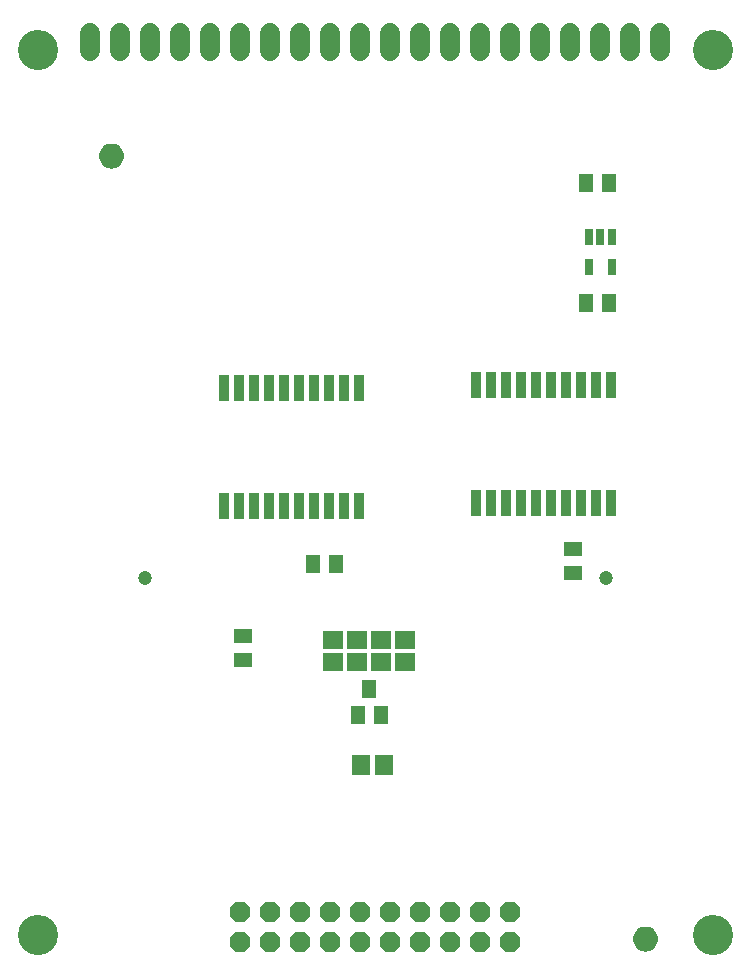
<source format=gbr>
G04 EAGLE Gerber RS-274X export*
G75*
%MOMM*%
%FSLAX34Y34*%
%LPD*%
%INSoldermask Top*%
%IPPOS*%
%AMOC8*
5,1,8,0,0,1.08239X$1,22.5*%
G01*
%ADD10C,3.403200*%
%ADD11C,1.203200*%
%ADD12R,1.703200X1.503200*%
%ADD13R,1.203200X1.603200*%
%ADD14P,1.869504X8X202.500000*%
%ADD15C,1.727200*%
%ADD16R,1.503200X1.703200*%
%ADD17R,0.863600X2.235200*%
%ADD18R,0.753200X1.403200*%
%ADD19R,1.603200X1.303200*%
%ADD20R,1.303200X1.603200*%

G36*
X-221728Y274000D02*
X-221728Y274000D01*
X-221685Y274012D01*
X-221619Y274019D01*
X-219936Y274470D01*
X-219895Y274489D01*
X-219832Y274508D01*
X-218252Y275245D01*
X-218215Y275271D01*
X-218156Y275300D01*
X-216728Y276300D01*
X-216697Y276332D01*
X-216644Y276371D01*
X-215411Y277604D01*
X-215386Y277640D01*
X-215340Y277688D01*
X-214340Y279116D01*
X-214322Y279157D01*
X-214285Y279212D01*
X-213548Y280792D01*
X-213537Y280835D01*
X-213510Y280896D01*
X-213059Y282579D01*
X-213057Y282611D01*
X-213050Y282632D01*
X-213050Y282647D01*
X-213040Y282688D01*
X-212888Y284425D01*
X-212892Y284469D01*
X-212888Y284535D01*
X-213040Y286272D01*
X-213052Y286315D01*
X-213059Y286381D01*
X-213510Y288064D01*
X-213529Y288105D01*
X-213548Y288168D01*
X-214285Y289748D01*
X-214311Y289785D01*
X-214340Y289844D01*
X-215340Y291272D01*
X-215372Y291303D01*
X-215411Y291356D01*
X-216644Y292589D01*
X-216680Y292614D01*
X-216728Y292660D01*
X-218156Y293660D01*
X-218197Y293678D01*
X-218252Y293715D01*
X-219832Y294452D01*
X-219875Y294463D01*
X-219936Y294490D01*
X-221619Y294941D01*
X-221664Y294944D01*
X-221728Y294960D01*
X-223465Y295112D01*
X-223509Y295108D01*
X-223575Y295112D01*
X-225312Y294960D01*
X-225355Y294948D01*
X-225421Y294941D01*
X-227104Y294490D01*
X-227145Y294471D01*
X-227208Y294452D01*
X-228788Y293715D01*
X-228825Y293689D01*
X-228884Y293660D01*
X-230312Y292660D01*
X-230343Y292628D01*
X-230396Y292589D01*
X-231629Y291356D01*
X-231654Y291320D01*
X-231700Y291272D01*
X-232700Y289844D01*
X-232718Y289803D01*
X-232755Y289748D01*
X-233492Y288168D01*
X-233503Y288125D01*
X-233530Y288064D01*
X-233981Y286381D01*
X-233984Y286336D01*
X-234000Y286272D01*
X-234152Y284535D01*
X-234148Y284491D01*
X-234152Y284425D01*
X-234000Y282688D01*
X-233988Y282645D01*
X-233984Y282611D01*
X-233984Y282595D01*
X-233982Y282590D01*
X-233981Y282579D01*
X-233530Y280896D01*
X-233511Y280855D01*
X-233492Y280792D01*
X-232755Y279212D01*
X-232729Y279175D01*
X-232700Y279116D01*
X-231700Y277688D01*
X-231668Y277657D01*
X-231629Y277604D01*
X-230396Y276371D01*
X-230360Y276346D01*
X-230312Y276300D01*
X-228884Y275300D01*
X-228843Y275282D01*
X-228788Y275245D01*
X-227208Y274508D01*
X-227165Y274497D01*
X-227104Y274470D01*
X-225421Y274019D01*
X-225376Y274016D01*
X-225312Y274000D01*
X-223575Y273848D01*
X-223531Y273852D01*
X-223465Y273848D01*
X-221728Y274000D01*
G37*
G36*
X230392Y-388940D02*
X230392Y-388940D01*
X230435Y-388928D01*
X230501Y-388921D01*
X232184Y-388470D01*
X232225Y-388451D01*
X232288Y-388432D01*
X233868Y-387695D01*
X233905Y-387669D01*
X233964Y-387640D01*
X235392Y-386640D01*
X235423Y-386608D01*
X235476Y-386569D01*
X236709Y-385336D01*
X236734Y-385300D01*
X236780Y-385252D01*
X237780Y-383824D01*
X237798Y-383783D01*
X237835Y-383728D01*
X238572Y-382148D01*
X238583Y-382105D01*
X238610Y-382044D01*
X239061Y-380361D01*
X239063Y-380329D01*
X239070Y-380308D01*
X239070Y-380293D01*
X239080Y-380252D01*
X239232Y-378515D01*
X239228Y-378471D01*
X239232Y-378405D01*
X239080Y-376668D01*
X239068Y-376625D01*
X239061Y-376559D01*
X238610Y-374876D01*
X238591Y-374835D01*
X238572Y-374772D01*
X237835Y-373192D01*
X237809Y-373155D01*
X237780Y-373096D01*
X236780Y-371668D01*
X236748Y-371637D01*
X236709Y-371584D01*
X235476Y-370351D01*
X235440Y-370326D01*
X235392Y-370280D01*
X233964Y-369280D01*
X233923Y-369262D01*
X233868Y-369225D01*
X232288Y-368488D01*
X232245Y-368477D01*
X232184Y-368450D01*
X230501Y-367999D01*
X230456Y-367996D01*
X230392Y-367980D01*
X228655Y-367828D01*
X228611Y-367832D01*
X228545Y-367828D01*
X226808Y-367980D01*
X226765Y-367992D01*
X226699Y-367999D01*
X225016Y-368450D01*
X224975Y-368469D01*
X224912Y-368488D01*
X223332Y-369225D01*
X223295Y-369251D01*
X223236Y-369280D01*
X221808Y-370280D01*
X221777Y-370312D01*
X221724Y-370351D01*
X220491Y-371584D01*
X220466Y-371620D01*
X220420Y-371668D01*
X219420Y-373096D01*
X219402Y-373137D01*
X219365Y-373192D01*
X218628Y-374772D01*
X218617Y-374815D01*
X218590Y-374876D01*
X218139Y-376559D01*
X218136Y-376604D01*
X218120Y-376668D01*
X217968Y-378405D01*
X217972Y-378449D01*
X217968Y-378515D01*
X218120Y-380252D01*
X218132Y-380295D01*
X218136Y-380329D01*
X218136Y-380345D01*
X218138Y-380350D01*
X218139Y-380361D01*
X218590Y-382044D01*
X218609Y-382085D01*
X218628Y-382148D01*
X219365Y-383728D01*
X219391Y-383765D01*
X219420Y-383824D01*
X220420Y-385252D01*
X220452Y-385283D01*
X220491Y-385336D01*
X221724Y-386569D01*
X221760Y-386594D01*
X221808Y-386640D01*
X223236Y-387640D01*
X223277Y-387658D01*
X223332Y-387695D01*
X224912Y-388432D01*
X224955Y-388443D01*
X225016Y-388470D01*
X226699Y-388921D01*
X226744Y-388924D01*
X226808Y-388940D01*
X228545Y-389092D01*
X228589Y-389088D01*
X228655Y-389092D01*
X230392Y-388940D01*
G37*
D10*
X-285750Y374650D03*
X-285750Y-374650D03*
X285750Y-374650D03*
X285750Y374650D03*
D11*
X195000Y-72900D03*
X-195000Y-72900D03*
D12*
X25400Y-144120D03*
X25400Y-125120D03*
X5080Y-144120D03*
X5080Y-125120D03*
X-15240Y-144120D03*
X-15240Y-125120D03*
X-35560Y-144120D03*
X-35560Y-125120D03*
D13*
X-5080Y-166800D03*
X4420Y-188800D03*
X-14580Y-188800D03*
D14*
X114300Y-355600D03*
X114300Y-381000D03*
X88900Y-355600D03*
X88900Y-381000D03*
X63500Y-355600D03*
X63500Y-381000D03*
X38100Y-355600D03*
X38100Y-381000D03*
X12700Y-355600D03*
X12700Y-381000D03*
X-12700Y-355600D03*
X-12700Y-381000D03*
X-38100Y-355600D03*
X-38100Y-381000D03*
X-63500Y-355600D03*
X-63500Y-381000D03*
X-88900Y-355600D03*
X-88900Y-381000D03*
X-114300Y-355600D03*
X-114300Y-381000D03*
D15*
X241300Y373380D02*
X241300Y388620D01*
X215900Y388620D02*
X215900Y373380D01*
X190500Y373380D02*
X190500Y388620D01*
X165100Y388620D02*
X165100Y373380D01*
X139700Y373380D02*
X139700Y388620D01*
X114300Y388620D02*
X114300Y373380D01*
X88900Y373380D02*
X88900Y388620D01*
X63500Y388620D02*
X63500Y373380D01*
X38100Y373380D02*
X38100Y388620D01*
X12700Y388620D02*
X12700Y373380D01*
X-12700Y373380D02*
X-12700Y388620D01*
X-38100Y388620D02*
X-38100Y373380D01*
X-63500Y373380D02*
X-63500Y388620D01*
X-88900Y388620D02*
X-88900Y373380D01*
X-114300Y373380D02*
X-114300Y388620D01*
X-139700Y388620D02*
X-139700Y373380D01*
X-165100Y373380D02*
X-165100Y388620D01*
X-190500Y388620D02*
X-190500Y373380D01*
X-215900Y373380D02*
X-215900Y388620D01*
X-241300Y388620D02*
X-241300Y373380D01*
D16*
X6960Y-231140D03*
X-12040Y-231140D03*
D17*
X-13970Y88392D03*
X-26670Y88392D03*
X-39370Y88392D03*
X-52070Y88392D03*
X-64770Y88392D03*
X-77470Y88392D03*
X-90170Y88392D03*
X-102870Y88392D03*
X-102870Y-12192D03*
X-90170Y-12192D03*
X-77470Y-12192D03*
X-64770Y-12192D03*
X-52070Y-12192D03*
X-39370Y-12192D03*
X-26670Y-12192D03*
X-13970Y-12192D03*
X-115570Y88392D03*
X-128270Y88392D03*
X-115570Y-12192D03*
X-128270Y-12192D03*
X199390Y90932D03*
X186690Y90932D03*
X173990Y90932D03*
X161290Y90932D03*
X148590Y90932D03*
X135890Y90932D03*
X123190Y90932D03*
X110490Y90932D03*
X110490Y-9652D03*
X123190Y-9652D03*
X135890Y-9652D03*
X148590Y-9652D03*
X161290Y-9652D03*
X173990Y-9652D03*
X186690Y-9652D03*
X199390Y-9652D03*
X97790Y90932D03*
X85090Y90932D03*
X97790Y-9652D03*
X85090Y-9652D03*
D18*
X200000Y216200D03*
X190500Y216200D03*
X181000Y216200D03*
X181000Y190200D03*
X200000Y190200D03*
D19*
X-111760Y-122080D03*
X-111760Y-142080D03*
D20*
X197960Y160020D03*
X177960Y160020D03*
X-33180Y-60960D03*
X-53180Y-60960D03*
D19*
X167640Y-48420D03*
X167640Y-68420D03*
D20*
X197960Y261620D03*
X177960Y261620D03*
M02*

</source>
